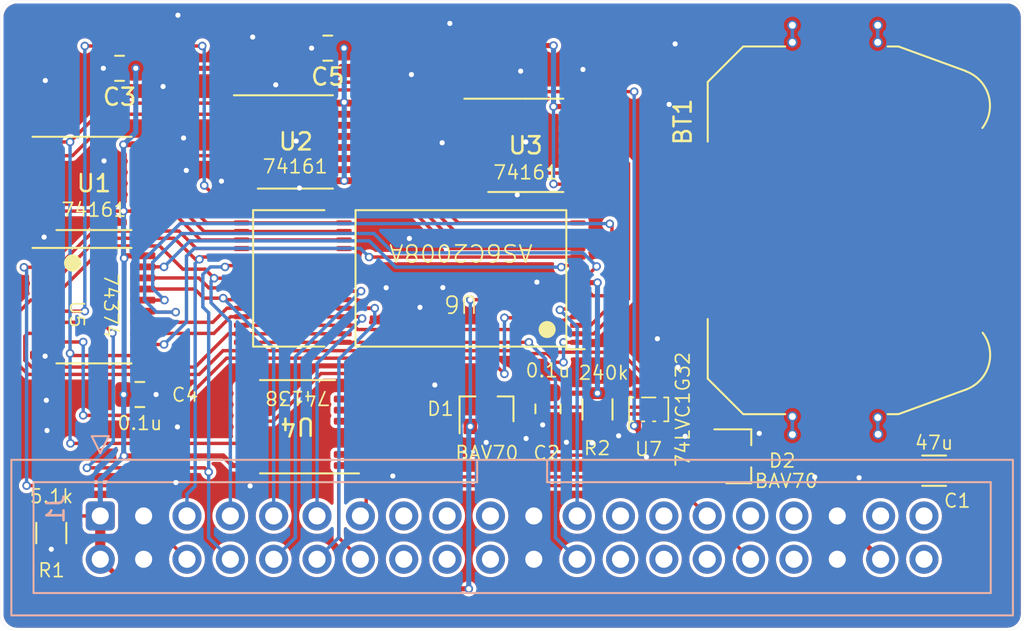
<source format=kicad_pcb>
(kicad_pcb (version 20221018) (generator pcbnew)
  (title_block (title "NODE DATAPAC 256K updated reproduction") (date "2023-08-26") (rev "006") (company "Brian K. White - b.kenyon.w@gmail.com") (comment 1 "github.com/bkw777/NODE_DATAPAC"))
  (layers (0 "F.Cu" signal) (31 "B.Cu" signal) (34 "B.Paste" user) (35 "F.Paste" user) (36 "B.SilkS" user "B.Silkscreen") (37 "F.SilkS" user "F.Silkscreen") (38 "B.Mask" user) (39 "F.Mask" user) (44 "Edge.Cuts" user))
  (net 0 "")
  (net 1 "GND")
  (net 2 "VMEM")
  (net 3 "VBUS")
  (net 4 "/AD0")
  (net 5 "/AD1")
  (net 6 "/AD2")
  (net 7 "/AD3")
  (net 8 "/AD4")
  (net 9 "/AD5")
  (net 10 "/AD6")
  (net 11 "/AD7")
  (net 12 "/A8")
  (net 13 "/A9")
  (net 14 "/A10")
  (net 15 "/A11")
  (net 16 "/A12")
  (net 17 "/A13")
  (net 18 "/A14")
  (net 19 "/A15")
  (net 20 "/~{RD}")
  (net 21 "/~{WR}")
  (net 22 "/Y0")
  (net 23 "/~{A}")
  (net 24 "/RAM_RST")
  (net 31 "/~{BLOCK}")
  (net 32 "/~{BYTE}")
  (net 33 "/CARRY0")
  (net 40 "/SLEEP")
  (net 41 "/A5")
  (net 42 "/A6")
  (net 43 "/CARRY1")
  (net 44 "/~{CE}")
  (net 45 "/A7")
  (net 46 "/BATT+")
  (net 47 "/BUS_A8")
  (net 48 "/BUS_A9")
  (net 49 "/A16")
  (net 50 "/A17")
  (net 51 "/A0")
  (net 52 "/A1")
  (net 53 "/A2")
  (net 54 "/A3")
  (net 55 "/A4")
  (footprint "000_LOCAL:TSSOP-16" (layer "F.Cu") (at 137.287 93.195 180)
    (fp_text reference "U4")
    (fp_text value "74138")
  )
  (footprint "000_LOCAL:TSSOP-16" (layer "F.Cu") (at 137.16 76.495)
    (fp_text reference "U2")
    (fp_text value "74161")
  )
  (footprint "000_LOCAL:C_0805" (layer "F.Cu") (at 151.96 92.145 -90)
    (fp_text reference "C2")
    (fp_text value "0.1u")
  )
  (footprint "000_LOCAL:C_1206" (layer "F.Cu") (at 174.585 95.77)
    (fp_text reference "C1")
    (fp_text value "47u")
  )
  (footprint "000_LOCAL:SOT-353_SC-70-5" (layer "F.Cu") (at 157.86 92.1775 90)
    (fp_text reference "U7")
    (fp_text value "74LVC1G32")
  )
  (footprint "000_LOCAL:R_0805" (layer "F.Cu") (at 154.86 92.1775 -90)
    (fp_text reference "R2")
    (fp_text value "240k")
  )
  (footprint "000_LOCAL:C_0805" (layer "F.Cu") (at 126.86 72.1775 180)
    (fp_text reference "C3")
    (fp_text value "0.1u")
  )
  (footprint "000_LOCAL:TSSOP-16" (layer "F.Cu") (at 150.66 76.695)
    (fp_text reference "U3")
    (fp_text value "74161")
  )
  (footprint "000_LOCAL:BatteryHolder_Keystone_3034_1x20mm" (layer "F.Cu") (at 168.86 81.6775 90)
    (fp_text reference "BT1")
    (fp_text value "CR2032")
  )
  (footprint "000_LOCAL:SOT-23" (layer "F.Cu") (at 148.36 92.1775 90)
    (fp_text reference "D1")
    (fp_text value "BAV70")
  )
  (footprint "000_LOCAL:TSOP32-dual" (layer "F.Cu") (at 143.86 84.495 180)
    (fp_text reference "U6")
    (fp_text value "AS6C2008A")
  )
  (footprint "000_LOCAL:R_0805" (layer "F.Cu") (at 122.86 99.4275 -90)
    (fp_text reference "R1")
    (fp_text value "5.1k")
  )
  (footprint "000_LOCAL:TSSOP-16" (layer "F.Cu") (at 125.36 78.9275)
    (fp_text reference "U1")
    (fp_text value "74161")
  )
  (footprint "000_LOCAL:C_0805" (layer "F.Cu") (at 139.06 70.995 180)
    (fp_text reference "C5")
    (fp_text value "0.1u")
  )
  (footprint "000_LOCAL:SOT-23" (layer "F.Cu") (at 163.11 94.9275)
    (fp_text reference "D2")
    (fp_text value "BAV70")
  )
  (footprint "000_LOCAL:C_0805" (layer "F.Cu") (at 128.05 91.305)
    (fp_text reference "C4")
    (fp_text value "0.1u")
  )
  (footprint "000_LOCAL:TSSOP-20" (layer "F.Cu") (at 125.36 86.095)
    (fp_text reference "U5")
    (fp_text value "74374")
  )
  (footprint "000_LOCAL:IDC-Header_2x20_P2.54mm_Vertical" (layer "B.Cu") (at 125.73 98.425 -90)
    (fp_text reference "J1")
    (fp_text value "Conn_02x20_Odd_Even")
  )
  (gr_arc (start 178.86 68.1775) (mid 179.567107 68.470393) (end 179.86 69.1775) (stroke (width 0.01)) (layer "Edge.Cuts"))
  (gr_line (start 120.86 68.1775) (end 178.86 68.1775) (stroke (width 0.01)) (layer "Edge.Cuts"))
  (gr_arc (start 119.86 69.1775) (mid 120.152893 68.470393) (end 120.86 68.1775) (stroke (width 0.01)) (layer "Edge.Cuts"))
  (gr_line (start 178.86 105.1775) (end 120.86 105.1775) (stroke (width 0.01)) (layer "Edge.Cuts"))
  (gr_arc (start 179.86 104.1775) (mid 179.567107 104.884607) (end 178.86 105.1775) (stroke (width 0.01)) (layer "Edge.Cuts"))
  (gr_line (start 179.86 69.1775) (end 179.86 104.1775) (stroke (width 0.01)) (layer "Edge.Cuts"))
  (gr_arc (start 120.86 105.1775) (mid 120.152893 104.884607) (end 119.86 104.1775) (stroke (width 0.01)) (layer "Edge.Cuts"))
  (gr_line (start 119.86 104.1775) (end 119.86 69.1775) (stroke (width 0.01)) (layer "Edge.Cuts"))
  (segment (start 134.01 84.245) (end 140.01 84.245) (width 0.2) (layer "F.Cu") (net 1))
  (via (at 134.51 96.665) (size 0.5) (drill 0.3) (layers "F.Cu" "B.Cu") (net 1))
  (via (at 130.16 96.465) (size 0.5) (drill 0.3) (layers "F.Cu" "B.Cu") (net 1))
  (via (at 129 91.305) (size 0.5) (drill 0.3) (layers "F.Cu" "B.Cu") (net 1))
  (via (at 145.76 76.545) (size 0.5) (drill 0.3) (layers "F.Cu" "B.Cu") (net 1))
  (via (at 143.96 72.545) (size 0.5) (drill 0.3) (layers "F.Cu" "B.Cu") (net 1))
  (via (at 132.83 78.795) (size 0.5) (drill 0.3) (layers "F.Cu" "B.Cu") (net 1))
  (via (at 146.21 69.545) (size 0.5) (drill 0.3) (layers "F.Cu" "B.Cu") (net 1))
  (via (at 159.06 74.295) (size 0.5) (drill 0.3) (layers "F.Cu" "B.Cu") (net 1))
  (via (at 154.54 94.145) (size 0.5) (drill 0.3) (layers "F.Cu" "B.Cu") (net 1))
  (via (at 122.86 100.3775) (size 0.5) (drill 0.3) (layers "F.Cu" "B.Cu") (net 1))
  (via (at 122.57 91.645) (size 0.5) (drill 0.3) (layers "F.Cu" "B.Cu") (net 1))
  (via (at 125.95 77.605) (size 0.5) (drill 0.3) (layers "F.Cu" "B.Cu") (net 1))
  (via (at 144.46 86.195) (size 0.5) (drill 0.3) (layers "F.Cu" "B.Cu") (net 1))
  (via (at 134.66 70.345) (size 0.5) (drill 0.3) (layers "F.Cu" "B.Cu") (net 1))
  (via (at 156.1 93.725) (size 0.5) (drill 0.3) (layers "F.Cu" "B.Cu") (net 1))
  (via (at 145.33 90.745) (size 0.5) (drill 0.3) (layers "F.Cu" "B.Cu") (net 1))
  (via (at 130.61 76.265) (size 0.5) (drill 0.3) (layers "F.Cu" "B.Cu") (net 1))
  (via (at 150.66 76.495) (size 0.5) (drill 0.3) (layers "F.Cu" "B.Cu") (net 1))
  (via (at 148.34 94.115) (size 0.5) (drill 0.3) (layers "F.Cu" "B.Cu") (net 1))
  (via (at 122.51 72.895) (size 0.5) (drill 0.3) (layers "F.Cu" "B.Cu") (net 1))
  (via (at 130.28 69.065) (size 0.5) (drill 0.3) (layers "F.Cu" "B.Cu") (net 1))
  (via (at 151.65 93.085) (size 0.5) (drill 0.3) (layers "F.Cu" "B.Cu") (net 1))
  (via (at 122.61 93.415) (size 0.5) (drill 0.3) (layers "F.Cu" "B.Cu") (net 1))
  (via (at 154.01 72.245) (size 0.5) (drill 0.3) (layers "F.Cu" "B.Cu") (net 1))
  (via (at 130.77 78.165) (size 0.5) (drill 0.3) (layers "F.Cu" "B.Cu") (net 1))
  (via (at 130.25 93.205) (size 0.5) (drill 0.3) (layers "F.Cu" "B.Cu") (net 1))
  (via (at 158.37 88.035) (size 0.5) (drill 0.3) (layers "F.Cu" "B.Cu") (net 1))
  (via (at 159.57 89.705) (size 0.5) (drill 0.3) (layers "F.Cu" "B.Cu") (net 1))
  (via (at 125.91 72.1775) (size 0.5) (drill 0.3) (layers "F.Cu" "B.Cu") (net 1))
  (via (at 142.48 85.045) (size 0.5) (drill 0.3) (layers "F.Cu" "B.Cu") (net 1))
  (via (at 122.4975 89.055) (size 0.5) (drill 0.3) (layers "F.Cu" "B.Cu") (net 1))
  (via (at 122.44 82.075) (size 0.5) (drill 0.3) (layers "F.Cu" "B.Cu") (net 1))
  (via (at 157.73 94.965) (size 0.5) (drill 0.3) (layers "F.Cu" "B.Cu") (net 1))
  (via (at 160 93.755) (size 0.5) (drill 0.3) (layers "F.Cu" "B.Cu") (net 1))
  (via (at 150.16 79.595) (size 0.5) (drill 0.3) (layers "F.Cu" "B.Cu") (net 1))
  (via (at 137.21 76.445) (size 0.5) (drill 0.3) (layers "F.Cu" "B.Cu") (net 1))
  (via (at 151.31 84.715) (size 0.5) (drill 0.3) (layers "F.Cu" "B.Cu") (net 1))
  (via (at 170.19 96.185) (size 0.5) (drill 0.3) (layers "F.Cu" "B.Cu") (net 1))
  (via (at 164.34 93.585) (size 0.5) (drill 0.3) (layers "F.Cu" "B.Cu") (net 1))
  (via (at 138.11 70.995) (size 0.5) (drill 0.3) (layers "F.Cu" "B.Cu") (net 1))
  (via (at 129.41 73.245) (size 0.5) (drill 0.3) (layers "F.Cu" "B.Cu") (net 1))
  (via (at 142.87 96.085) (size 0.5) (drill 0.3) (layers "F.Cu" "B.Cu") (net 1))
  (via (at 145.8 85.035) (size 0.5) (drill 0.3) (layers "F.Cu" "B.Cu") (net 1))
  (via (at 167.59 96.145) (size 0.5) (drill 0.3) (layers "F.Cu" "B.Cu") (net 1))
  (via (at 143.84 82.155) (size 0.5) (drill 0.3) (layers "F.Cu" "B.Cu") (net 1))
  (via (at 136.01 73.145) (size 0.5) (drill 0.3) (layers "F.Cu" "B.Cu") (net 1))
  (via (at 159.41 70.745) (size 0.5) (drill 0.3) (layers "F.Cu" "B.Cu") (net 1))
  (via (at 150.36 72.345) (size 0.5) (drill 0.3) (layers "F.Cu" "B.Cu") (net 1))
  (via (at 153.04 94.105) (size 0.5) (drill 0.3) (layers "F.Cu" "B.Cu") (net 1))
  (via (at 137.4 79.195) (size 0.5) (drill 0.3) (layers "F.Cu" "B.Cu") (net 1))
  (via (at 150.68 93.885) (size 0.5) (drill 0.3) (layers "F.Cu" "B.Cu") (net 1))
  (segment (start 151.96 91.195) (end 151.9425 91.1775) (width 0.3) (layer "F.Cu") (net 2))
  (segment (start 154.86 91.2275) (end 157.21 91.2275) (width 0.3) (layer "F.Cu") (net 2))
  (segment (start 154.86 84.745) (end 153.71 84.745) (width 0.3) (layer "F.Cu") (net 2))
  (segment (start 151.9425 91.1775) (end 148.36 91.1775) (width 0.3) (layer "F.Cu") (net 2))
  (segment (start 154.86 91.2275) (end 151.9925 91.2275) (width 0.3) (layer "F.Cu") (net 2))
  (segment (start 151.9925 91.2275) (end 151.96 91.195) (width 0.3) (layer "F.Cu") (net 2))
  (via (at 154.86 91.2275) (size 0.5) (drill 0.3) (layers "F.Cu" "B.Cu") (net 2))
  (via (at 154.86 84.745) (size 0.5) (drill 0.3) (layers "F.Cu" "B.Cu") (net 2))
  (segment (start 154.86 91.2275) (end 154.86 84.745) (width 0.3) (layer "B.Cu") (net 2))
  (segment (start 125.73 100.965) (end 125.73 98.425) (width 0.6) (layer "F.Cu") (net 3))
  (segment (start 125.73 98.425) (end 122.9125 98.425) (width 0.2) (layer "F.Cu") (net 3))
  (segment (start 122.9125 98.425) (end 122.86 98.4775) (width 0.2) (layer "F.Cu") (net 3))
  (segment (start 127.269 83.17) (end 128.2225 83.17) (width 0.3) (layer "F.Cu") (net 3))
  (segment (start 127.127 83.312) (end 127.269 83.17) (width 0.3) (layer "F.Cu") (net 3))
  (segment (start 127.09 76.6525) (end 128.2225 76.6525) (width 0.3) (layer "F.Cu") (net 3))
  (segment (start 153.71 85.745) (end 147.41 85.745) (width 0.2) (layer "F.Cu") (net 3))
  (segment (start 139.0275 72.1775) (end 127.81 72.1775) (width 0.3) (layer "F.Cu") (net 3))
  (segment (start 127.09 80.5525) (end 128.2225 80.5525) (width 0.2) (layer "F.Cu") (net 3))
  (segment (start 127.12 94.905) (end 132.93 94.905) (width 0.3) (layer "F.Cu") (net 3))
  (segment (start 132.93 94.905) (end 133.495 95.47) (width 0.3) (layer "F.Cu") (net 3))
  (segment (start 122.4975 80.5525) (end 127.09 80.5525) (width 0.2) (layer "F.Cu") (net 3))
  (segment (start 127.46 102.695) (end 125.73 100.965) (width 0.3) (layer "F.Cu") (net 3))
  (segment (start 140.01 71.195) (end 139.0275 72.1775) (width 0.3) (layer "F.Cu") (net 3))
  (segment (start 152.285 74.42) (end 153.5225 74.42) (width 0.3) (layer "F.Cu") (net 3))
  (segment (start 133.495 95.47) (end 134.4245 95.47) (width 0.3) (layer "F.Cu") (net 3))
  (segment (start 147.32 102.695) (end 127.46 102.695) (width 0.3) (layer "F.Cu") (net 3))
  (segment (start 128.2225 80.5525) (end 128.2225 81.2025) (width 0.2) (layer "F.Cu") (net 3))
  (segment (start 140.01 70.995) (end 140.0225 71.0075) (width 0.3) (layer "F.Cu") (net 3))
  (segment (start 140.16 70.845) (end 152.285 70.845) (width 0.3) (layer "F.Cu") (net 3))
  (segment (start 140.01 70.995) (end 140.01 71.195) (width 0.3) (layer "F.Cu") (net 3))
  (segment (start 153.5225 78.97) (end 152.2925 78.97) (width 0.2) (layer "F.Cu") (net 3))
  (via (at 152.285 70.845) (size 0.5) (drill 0.3) (layers "F.Cu" "B.Cu") (net 3))
  (via (at 127.81 72.1775) (size 0.5) (drill 0.3) (layers "F.Cu" "B.Cu") (net 3))
  (via (at 140.02 74.165) (size 0.5) (drill 0.3) (layers "F.Cu" "B.Cu") (net 3))
  (via (at 140.0225 78.77) (size 0.5) (drill 0.3) (layers "F.Cu" "B.Cu") (net 3))
  (via (at 147.32 102.695) (size 0.5) (drill 0.3) (layers "F.Cu" "B.Cu") (net 3))
  (via (at 152.285 74.42) (size 0.5) (drill 0.3) (layers "F.Cu" "B.Cu") (net 3))
  (via (at 147.41 93.1775) (size 0.5) (drill 0.3) (layers "F.Cu" "B.Cu") (net 3))
  (via (at 127.12 94.905) (size 0.5) (drill 0.3) (layers "F.Cu" "B.Cu") (net 3))
  (via (at 152.285 78.9625) (size 0.5) (drill 0.3) (layers "F.Cu" "B.Cu") (net 3))
  (via (at 127.1 91.305) (size 0.5) (drill 0.3) (layers "F.Cu" "B.Cu") (net 3))
  (via (at 127.127 83.312) (size 0.5) (drill 0.3) (layers "F.Cu" "B.Cu") (net 3))
  (via (at 127.09 80.5525) (size 0.5) (drill 0.3) (layers "F.Cu" "B.Cu") (net 3))
  (via (at 147.41 85.745) (size 0.5) (drill 0.3) (layers "F.Cu" "B.Cu") (net 3))
  (via (at 140.01 70.995) (size 0.5) (drill 0.3) (layers "F.Cu" "B.Cu") (net 3))
  (via (at 127.09 76.6525) (size 0.5) (drill 0.3) (layers "F.Cu" "B.Cu") (net 3))
  (segment (start 140.0225 78.77) (end 140.0225 74.1675) (width 0.3) (layer "B.Cu") (net 3))
  (segment (start 147.41 93.1775) (end 147.32 93.2675) (width 0.3) (layer "B.Cu") (net 3))
  (segment (start 127.81 75.9325) (end 127.81 72.1775) (width 0.3) (layer "B.Cu") (net 3))
  (segment (start 147.41 85.745) (end 147.41 93.1775) (width 0.2) (layer "B.Cu") (net 3))
  (segment (start 127.09 83.275) (end 127.127 83.312) (width 0.3) (layer "B.Cu") (net 3))
  (segment (start 125.73 96.295) (end 125.73 98.425) (width 0.3) (layer "B.Cu") (net 3))
  (segment (start 140.0225 74.1625) (end 140.0225 71.0075) (width 0.3) (layer "B.Cu") (net 3))
  (segment (start 127.12 94.905) (end 125.73 96.295) (width 0.3) (layer "B.Cu") (net 3))
  (segment (start 127.12 94.905) (end 127.1 94.885) (width 0.3) (layer "B.Cu") (net 3))
  (segment (start 147.32 93.2675) (end 147.32 102.695) (width 0.3) (layer "B.Cu") (net 3))
  (segment (start 140.0225 74.1675) (end 140.02 74.165) (width 0.3) (layer "B.Cu") (net 3))
  (segment (start 127.1 94.885) (end 127.1 91.305) (width 0.3) (layer "B.Cu") (net 3))
  (segment (start 127.09 76.6525) (end 127.81 75.9325) (width 0.3) (layer "B.Cu") (net 3))
  (segment (start 140.0225 71.0075) (end 140.01 70.995) (width 0.3) (layer "B.Cu") (net 3))
  (segment (start 127.1 91.305) (end 127.127 91.278) (width 0.3) (layer "B.Cu") (net 3))
  (segment (start 152.285 70.845) (end 152.285 74.42) (width 0.3) (layer "B.Cu") (net 3))
  (segment (start 127.09 76.6525) (end 127.09 83.275) (width 0.3) (layer "B.Cu") (net 3))
  (segment (start 140.02 74.165) (end 140.0225 74.1625) (width 0.3) (layer "B.Cu") (net 3))
  (segment (start 127.127 91.278) (end 127.127 83.312) (width 0.3) (layer "B.Cu") (net 3))
  (segment (start 152.285 78.9625) (end 152.285 74.42) (width 0.2) (layer "B.Cu") (net 3))
  (segment (start 122.5975 83.72) (end 122.4725 83.845) (width 0.2) (layer "F.Cu") (net 4))
  (segment (start 130.81 100.965) (end 129.54 99.695) (width 0.2) (layer "F.Cu") (net 4))
  (segment (start 122.4725 83.845) (end 121.26 83.845) (width 0.2) (layer "F.Cu") (net 4))
  (segment (start 131.36 82.745) (end 130.335 81.72) (width 0.2) (layer "F.Cu") (net 4))
  (segment (start 123.335 83.72) (end 122.5975 83.72) (width 0.2) (layer "F.Cu") (net 4))
  (segment (start 130.335 81.72) (end 125.335 81.72) (width 0.2) (layer "F.Cu") (net 4))
  (segment (start 128.778 96.647) (end 121.412 96.647) (width 0.2) (layer "F.Cu") (net 4))
  (segment (start 129.54 99.695) (end 129.54 97.409) (width 0.2) (layer "F.Cu") (net 4))
  (segment (start 125.335 81.72) (end 123.335 83.72) (width 0.2) (layer "F.Cu") (net 4))
  (segment (start 129.54 97.409) (end 128.778 96.647) (width 0.2) (layer "F.Cu") (net 4))
  (segment (start 140.010001 82.745001) (end 134.01 82.745) (width 0.2) (layer "F.Cu") (net 4))
  (segment (start 134.01 82.745) (end 131.36 82.745) (width 0.2) (layer "F.Cu") (net 4))
  (via (at 121.26 83.845) (size 0.5) (drill 0.3) (layers "F.Cu" "B.Cu") (net 4))
  (via (at 121.412 96.647) (size 0.5) (drill 0.3) (layers "F.Cu" "B.Cu") (net 4))
  (segment (start 121.412 83.997) (end 121.412 96.647) (width 0.2) (layer "B.Cu") (net 4))
  (segment (start 121.26 83.845) (end 121.412 83.997) (width 0.2) (layer "B.Cu") (net 4))
  (segment (start 131.54 83.375) (end 131.67 83.245) (width 0.2) (layer "F.Cu") (net 5))
  (segment (start 125.585 82.145) (end 123.36 84.37) (width 0.2) (layer "F.Cu") (net 5))
  (segment (start 134.009999 83.245) (end 140.009999 83.245) (width 0.2) (layer "F.Cu") (net 5))
  (segment (start 123.36 84.37) (end 122.5975 84.37) (width 0.2) (layer "F.Cu") (net 5))
  (segment (start 131.54 83.375) (end 131.3 83.375) (width 0.2) (layer "F.Cu") (net 5))
  (segment (start 130.07 82.145) (end 125.585 82.145) (width 0.2) (layer "F.Cu") (net 5))
  (segment (start 131.67 83.245) (end 134.01 83.245) (width 0.2) (layer "F.Cu") (net 5))
  (segment (start 131.3 83.375) (end 130.07 82.145) (width 0.2) (layer "F.Cu") (net 5))
  (segment (start 122.5975 84.37) (end 122.4975 84.47) (width 0.2) (layer "F.Cu") (net 5))
  (via (at 131.54 83.375) (size 0.5) (drill 0.3) (layers "F.Cu" "B.Cu") (net 5))
  (segment (start 130.81 97.145) (end 131.29 96.665) (width 0.2) (layer "B.Cu") (net 5))
  (segment (start 131.29 83.625) (end 131.54 83.375) (width 0.2) (layer "B.Cu") (net 5))
  (segment (start 131.29 96.665) (end 131.29 83.625) (width 0.2) (layer "B.Cu") (net 5))
  (segment (start 130.81 98.425) (end 130.81 97.145) (width 0.2) (layer "B.Cu") (net 5))
  (segment (start 140.010002 83.745) (end 134.01 83.745) (width 0.2) (layer "F.Cu") (net 6))
  (segment (start 131.84 95.605) (end 132.08 95.845) (width 0.2) (layer "F.Cu") (net 6))
  (segment (start 126.44 87.695) (end 125.815 87.07) (width 0.2) (layer "F.Cu") (net 6))
  (segment (start 124.95 95.605) (end 131.84 95.605) (width 0.2) (layer "F.Cu") (net 6))
  (segment (start 133.12 83.745) (end 133.04 83.825) (width 0.2) (layer "F.Cu") (net 6))
  (segment (start 134.01 83.745) (end 133.12 83.745) (width 0.2) (layer "F.Cu") (net 6))
  (segment (start 125.815 87.07) (end 122.4975 87.07) (width 0.2) (layer "F.Cu") (net 6))
  (via (at 133.04 83.825) (size 0.5) (drill 0.3) (layers "F.Cu" "B.Cu") (net 6))
  (via (at 126.44 87.695) (size 0.5) (drill 0.3) (layers "F.Cu" "B.Cu") (net 6))
  (via (at 132.08 95.845) (size 0.5) (drill 0.3) (layers "F.Cu" "B.Cu") (net 6))
  (via (at 124.95 95.605) (size 0.5) (drill 0.3) (layers "F.Cu" "B.Cu") (net 6))
  (segment (start 126.49 87.745) (end 126.49 94.065) (width 0.2) (layer "B.Cu") (net 6))
  (segment (start 132.08 86.515) (end 131.74 86.175) (width 0.2) (layer "B.Cu") (net 6))
  (segment (start 126.49 94.065) (end 124.95 95.605) (width 0.2) (layer "B.Cu") (net 6))
  (segment (start 131.74 84.265) (end 132.18 83.825) (width 0.2) (layer "B.Cu") (net 6))
  (segment (start 126.44 87.695) (end 126.49 87.745) (width 0.2) (layer "B.Cu") (net 6))
  (segment (start 132.08 95.845) (end 132.08 99.695) (width 0.2) (layer "B.Cu") (net 6))
  (segment (start 131.74 86.175) (end 131.74 84.265) (width 0.2) (layer "B.Cu") (net 6))
  (segment (start 132.18 83.825) (end 133.04 83.825) (width 0.2) (layer "B.Cu") (net 6))
  (segment (start 132.08 95.845) (end 132.08 86.515) (width 0.2) (layer "B.Cu") (net 6))
  (segment (start 132.08 99.695) (end 133.35 100.965) (width 0.2) (layer "B.Cu") (net 6))
  (segment (start 133.21 84.485) (end 133.42 84.695) (width 0.2) (layer "F.Cu") (net 7))
  (segment (start 123.485 85.12) (end 122.4975 85.12) (width 0.2) (layer "F.Cu") (net 7))
  (segment (start 126.01 82.595) (end 123.485 85.12) (width 0.2) (layer "F.Cu") (net 7))
  (segment (start 140.01 84.745) (end 134.01 84.745) (width 0.2) (layer "F.Cu") (net 7))
  (segment (start 129.21 82.595) (end 126.01 82.595) (width 0.2) (layer "F.Cu") (net 7))
  (segment (start 133.96 84.695) (end 134.01 84.745) (width 0.2) (layer "F.Cu") (net 7))
  (segment (start 132.4 84.485) (end 133.21 84.485) (width 0.2) (layer "F.Cu") (net 7))
  (segment (start 133.42 84.695) (end 133.96 84.695) (width 0.2) (layer "F.Cu") (net 7))
  (segment (start 130.57 83.955) (end 129.21 82.595) (width 0.2) (layer "F.Cu") (net 7))
  (segment (start 131.87 83.955) (end 130.57 83.955) (width 0.2) (layer "F.Cu") (net 7))
  (segment (start 132.4 84.485) (end 131.87 83.955) (width 0.2) (layer "F.Cu") (net 7))
  (via (at 132.4 84.485) (size 0.5) (drill 0.3) (layers "F.Cu" "B.Cu") (net 7))
  (segment (start 132.22 85.925) (end 133.35 87.055) (width 0.2) (layer "B.Cu") (net 7))
  (segment (start 132.4 84.485) (end 132.22 84.665) (width 0.2) (layer "B.Cu") (net 7))
  (segment (start 133.35 87.055) (end 133.35 98.425) (width 0.2) (layer "B.Cu") (net 7))
  (segment (start 132.22 84.665) (end 132.22 85.925) (width 0.2) (layer "B.Cu") (net 7))
  (segment (start 131.505 84.47) (end 128.2225 84.47) (width 0.2) (layer "F.Cu") (net 8))
  (segment (start 134.01 85.245) (end 141.01 85.245) (width 0.2) (layer "F.Cu") (net 8))
  (segment (start 133.96 85.195) (end 133.31 85.195) (width 0.2) (layer "F.Cu") (net 8))
  (segment (start 141.01 85.245) (end 140.010002 85.245) (width 0.2) (layer "F.Cu") (net 8))
  (segment (start 133.17 85.055) (end 132.09 85.055) (width 0.2) (layer "F.Cu") (net 8))
  (segment (start 134.01 85.245) (end 133.96 85.195) (width 0.2) (layer "F.Cu") (net 8))
  (segment (start 133.31 85.195) (end 133.17 85.055) (width 0.2) (layer "F.Cu") (net 8))
  (segment (start 132.09 85.055) (end 131.505 84.47) (width 0.2) (layer "F.Cu") (net 8))
  (via (at 141.01 85.245) (size 0.5) (drill 0.3) (layers "F.Cu" "B.Cu") (net 8))
  (segment (start 137.16 99.695) (end 135.89 100.965) (width 0.2) (layer "B.Cu") (net 8))
  (segment (start 141.01 85.245) (end 137.16 89.095) (width 0.2) (layer "B.Cu") (net 8))
  (segment (start 137.16 89.095) (end 137.16 99.695) (width 0.2) (layer "B.Cu") (net 8))
  (segment (start 132.93 85.655) (end 133.02 85.745) (width 0.2) (layer "F.Cu") (net 9))
  (segment (start 131.8 85.655) (end 131.265 85.12) (width 0.2) (layer "F.Cu") (net 9))
  (segment (start 132.93 85.655) (end 131.8 85.655) (width 0.2) (layer "F.Cu") (net 9))
  (segment (start 131.265 85.12) (end 128.2225 85.12) (width 0.2) (layer "F.Cu") (net 9))
  (segment (start 133.02 85.745) (end 140.009999 85.745) (width 0.2) (layer "F.Cu") (net 9))
  (via (at 132.93 85.655) (size 0.5) (drill 0.3) (layers "F.Cu" "B.Cu") (net 9))
  (segment (start 135.89 88.615) (end 135.89 98.425) (width 0.2) (layer "B.Cu") (net 9))
  (segment (start 132.93 85.655) (end 135.89 88.615) (width 0.2) (layer "B.Cu") (net 9))
  (segment (start 133.15 86.245) (end 132.325 87.07) (width 0.2) (layer "F.Cu") (net 10))
  (segment (start 141.81 86.245) (end 134.01 86.245) (width 0.2) (layer "F.Cu") (net 10))
  (segment (start 141.809999 86.244999) (end 140.010001 86.244999) (width 0.2) (layer "F.Cu") (net 10))
  (segment (start 132.325 87.07) (end 128.2225 87.07) (width 0.2) (layer "F.Cu") (net 10))
  (segment (start 141.81 86.245) (end 141.809999 86.244999) (width 0.2) (layer "F.Cu") (net 10))
  (segment (start 134.01 86.245) (end 133.15 86.245) (width 0.2) (layer "F.Cu") (net 10))
  (via (at 141.81 86.245) (size 0.5) (drill 0.3) (layers "F.Cu" "B.Cu") (net 10))
  (segment (start 141.81 87.135) (end 139.71 89.235) (width 0.2) (layer "B.Cu") (net 10))
  (segment (start 139.71 99.685) (end 138.43 100.965) (width 0.2) (layer "B.Cu") (net 10))
  (segment (start 139.71 89.235) (end 139.71 99.685) (width 0.2) (layer "B.Cu") (net 10))
  (segment (start 141.81 86.245) (end 141.81 87.135) (width 0.2) (layer "B.Cu") (net 10))
  (segment (start 134.01 86.745) (end 133.36 86.745) (width 0.2) (layer "F.Cu") (net 11))
  (segment (start 133.36 86.745) (end 132.385 87.72) (width 0.2) (layer "F.Cu") (net 11))
  (segment (start 140.97 86.745) (end 134.01 86.745) (width 0.2) (layer "F.Cu") (net 11))
  (segment (start 140.97 86.745) (end 141.07 86.845) (width 0.2) (layer "F.Cu") (net 11))
  (segment (start 140.01 86.745) (end 140.97 86.745) (width 0.2) (layer "F.Cu") (net 11))
  (segment (start 132.385 87.72) (end 128.2225 87.72) (width 0.2) (layer "F.Cu") (net 11))
  (via (at 141.07 86.845) (size 0.5) (drill 0.3) (layers "F.Cu" "B.Cu") (net 11))
  (segment (start 138.43 89.485) (end 141.07 86.845) (width 0.2) (layer "B.Cu") (net 11))
  (segment (start 138.43 98.425) (end 138.43 89.485) (width 0.2) (layer "B.Cu") (net 11))
  (segment (start 153.71 87.245) (end 154.46 87.245) (width 0.2) (layer "F.Cu") (net 12))
  (segment (start 156.2 85.505) (end 156.2 77.935) (width 0.2) (layer "F.Cu") (net 12))
  (segment (start 154.46 87.245) (end 156.2 85.505) (width 0.2) (layer "F.Cu") (net 12))
  (segment (start 156.2 77.935) (end 154.635 76.37) (width 0.2) (layer "F.Cu") (net 12))
  (segment (start 154.635 76.37) (end 153.5225 76.37) (width 0.2) (layer "F.Cu") (net 12))
  (segment (start 153.5225 75.72) (end 154.635 75.72) (width 0.2) (layer "F.Cu") (net 13))
  (segment (start 154.635 87.745) (end 153.71 87.745) (width 0.2) (layer "F.Cu") (net 13))
  (segment (start 154.635 75.72) (end 156.68 77.765) (width 0.2) (layer "F.Cu") (net 13))
  (segment (start 156.68 77.765) (end 156.68 85.7) (width 0.2) (layer "F.Cu") (net 13))
  (segment (start 156.68 85.7) (end 154.635 87.745) (width 0.2) (layer "F.Cu") (net 13))
  (segment (start 121.71 89.695) (end 121.31 89.295) (width 0.2) (layer "F.Cu") (net 14))
  (segment (start 121.31 89.295) (end 121.31 87.895) (width 0.2) (layer "F.Cu") (net 14))
  (segment (start 121.485 87.72) (end 122.4975 87.72) (width 0.2) (layer "F.Cu") (net 14))
  (segment (start 134.01 87.745) (end 133.24 87.745) (width 0.2) (layer "F.Cu") (net 14))
  (segment (start 140.010002 87.745) (end 134.01 87.745) (width 0.2) (layer "F.Cu") (net 14))
  (segment (start 133.24 87.745) (end 131.29 89.695) (width 0.2) (layer "F.Cu") (net 14))
  (segment (start 131.29 89.695) (end 121.71 89.695) (width 0.2) (layer "F.Cu") (net 14))
  (segment (start 121.31 87.895) (end 121.485 87.72) (width 0.2) (layer "F.Cu") (net 14))
  (segment (start 151.91 88.905) (end 150.57 88.905) (width 0.2) (layer "F.Cu") (net 15))
  (segment (start 120.87 89.495) (end 120.87 86.555) (width 0.2) (layer "F.Cu") (net 15))
  (segment (start 121.655 85.77) (end 122.4975 85.77) (width 0.2) (layer "F.Cu") (net 15))
  (segment (start 131.53 90.125) (end 121.5 90.125) (width 0.2) (layer "F.Cu") (net 15))
  (segment (start 153.71 88.245) (end 152.87 88.245) (width 0.2) (layer "F.Cu") (net 15))
  (segment (start 150.4 88.735) (end 132.92 88.735) (width 0.2) (layer "F.Cu") (net 15))
  (segment (start 152.42 89.415) (end 151.91 88.905) (width 0.2) (layer "F.Cu") (net 15))
  (segment (start 120.87 86.555) (end 121.655 85.77) (width 0.2) (layer "F.Cu") (net 15))
  (segment (start 132.92 88.735) (end 131.53 90.125) (width 0.2) (layer "F.Cu") (net 15))
  (segment (start 121.5 90.125) (end 120.87 89.495) (width 0.2) (layer "F.Cu") (net 15))
  (segment (start 150.57 88.905) (end 150.4 88.735) (width 0.2) (layer "F.Cu") (net 15))
  (segment (start 152.87 89.415) (end 152.42 89.415) (width 0.2) (layer "F.Cu") (net 15))
  (via (at 152.87 88.245) (size 0.5) (drill 0.3) (layers "F.Cu" "B.Cu") (net 15))
  (via (at 152.87 89.415) (size 0.5) (drill 0.3) (layers "F.Cu" "B.Cu") (net 15))
  (segment (start 152.87 88.245) (end 152.87 89.415) (width 0.2) (layer "B.Cu") (net 15))
  (segment (start 132.98 80.205) (end 131.82 79.045) (width 0.2) (layer "F.Cu") (net 16))
  (segment (start 131.705 70.87) (end 124.825 70.87) (width 0.2) (layer "F.Cu") (net 16))
  (segment (start 143.7 80.205) (end 132.98 80.205) (width 0.2) (layer "F.Cu") (net 16))
  (segment (start 153.71 82.745) (end 146.24 82.745) (width 0.2) (layer "F.Cu") (net 16))
  (segment (start 122.4975 86.42) (end 124.825 86.42) (width 0.2) (layer "F.Cu") (net 16))
  (segment (start 146.24 82.745) (end 143.7 80.205) (width 0.2) (layer "F.Cu") (net 16))
  (via (at 124.825 70.87) (size 0.5) (drill 0.3) (layers "F.Cu" "B.Cu") (net 16))
  (via (at 124.825 86.42) (size 0.5) (drill 0.3) (layers "F.Cu" "B.Cu") (net 16))
  (via (at 131.82 79.045) (size 0.5) (drill 0.3) (layers "F.Cu" "B.Cu") (net 16))
  (via (at 131.705 70.87) (size 0.5) (drill 0.3) (layers "F.Cu" "B.Cu") (net 16))
  (segment (start 131.82 79.045) (end 131.82 70.985) (width 0.2) (layer "B.Cu") (net 16))
  (segment (start 124.825 86.42) (end 124.825 70.87) (width 0.2) (layer "B.Cu") (net 16))
  (segment (start 131.82 70.985) (end 131.705 70.87) (width 0.2) (layer "B.Cu") (net 16))
  (segment (start 133.13 89.175) (end 148.49 89.175) (width 0.2) (layer "F.Cu") (net 17))
  (segment (start 153.1 86.795) (end 153.71 86.795) (width 0.2) (layer "F.Cu") (net 17))
  (segment (start 123.485 88.37) (end 122.4975 88.37) (width 0.2) (layer "F.Cu") (net 17))
  (segment (start 152.3 86.955) (end 152.94 86.955) (width 0.2) (layer "F.Cu") (net 17))
  (segment (start 123.63 88.225) (end 123.485 88.37) (width 0.2) (layer "F.Cu") (net 17))
  (segment (start 149.41 86.805) (end 152.15 86.805) (width 0.2) (layer "F.Cu") (net 17))
  (segment (start 124.73 88.225) (end 123.63 88.225) (width 0.2) (layer "F.Cu") (net 17))
  (segment (start 152.15 86.805) (end 152.3 86.955) (width 0.2) (layer "F.Cu") (net 17))
  (segment (start 152.94 86.955) (end 153.1 86.795) (width 0.2) (layer "F.Cu") (net 17))
  (segment (start 148.49 89.175) (end 149.41 90.095) (width 0.2) (layer "F.Cu") (net 17))
  (segment (start 124.73 92.525) (end 129.78 92.525) (width 0.2) (layer "F.Cu") (net 17))
  (segment (start 129.78 92.525) (end 133.13 89.175) (width 0.2) (layer "F.Cu") (net 17))
  (via (at 149.41 86.805) (size 0.5) (drill 0.3) (layers "F.Cu" "B.Cu") (net 17))
  (via (at 149.41 90.095) (size 0.5) (drill 0.3) (layers "F.Cu" "B.Cu") (net 17))
  (via (at 124.73 92.525) (size 0.5) (drill 0.3) (layers "F.Cu" "B.Cu") (net 17))
  (via (at 124.73 88.225) (size 0.5) (drill 0.3) (layers "F.Cu" "B.Cu") (net 17))
  (segment (start 124.73 88.225) (end 124.73 92.525) (width 0.2) (layer "B.Cu") (net 17))
  (segment (start 149.41 90.095) (end 149.41 86.805) (width 0.2) (layer "B.Cu") (net 17))
  (segment (start 128.2225 88.37) (end 129.465 88.37) (width 0.2) (layer "F.Cu") (net 18))
  (segment (start 141.48 83.245) (end 153.71 83.245) (width 0.2) (layer "F.Cu") (net 18))
  (via (at 141.48 83.245) (size 0.5) (drill 0.3) (layers "F.Cu" "B.Cu") (net 18))
  (via (at 129.465 88.37) (size 0.5) (drill 0.3) (layers "F.Cu" "B.Cu") (net 18))
  (segment (start 140.97 82.735) (end 131.24 82.735) (width 0.2) (layer "B.Cu") (net 18))
  (segment (start 130.78 87.055) (end 129.465 88.37) (width 0.2) (layer "B.Cu") (net 18))
  (segment (start 130.78 83.195) (end 130.78 87.055) (width 0.2) (layer "B.Cu") (net 18))
  (segment (start 141.48 83.245) (end 140.97 82.735) (width 0.2) (layer "B.Cu") (net 18))
  (segment (start 131.24 82.735) (end 130.78 83.195) (width 0.2) (layer "B.Cu") (net 18))
  (segment (start 155.71 85.075) (end 155.71 81.425) (width 0.2) (layer "F.Cu") (net 19))
  (segment (start 130.15 86.475) (end 128.2775 86.475) (width 0.2) (layer "F.Cu") (net 19))
  (segment (start 154.32 85.245) (end 154.59 85.515) (width 0.2) (layer "F.Cu") (net 19))
  (segment (start 155.27 85.515) (end 155.71 85.075) (width 0.2) (layer "F.Cu") (net 19))
  (segment (start 128.2775 86.475) (end 128.2225 86.42) (width 0.2) (layer "F.Cu") (net 19))
  (segment (start 153.71 85.245) (end 154.32 85.245) (width 0.2) (layer "F.Cu") (net 19))
  (segment (start 154.59 85.515) (end 155.27 85.515) (width 0.2) (layer "F.Cu") (net 19))
  (segment (start 155.71 81.425) (end 155.58 81.295) (width 0.2) (layer "F.Cu") (net 19))
  (via (at 155.58 81.295) (size 0.5) (drill 0.3) (layers "F.Cu" "B.Cu") (net 19))
  (via (at 130.15 86.475) (size 0.5) (drill 0.3) (layers "F.Cu" "B.Cu") (net 19))
  (segment (start 130.15 86.475) (end 129.02 86.475) (width 0.2) (layer "B.Cu") (net 19))
  (segment (start 130.41 81.285) (end 155.57 81.285) (width 0.2) (layer "B.Cu") (net 19))
  (segment (start 128.33 83.365) (end 130.41 81.285) (width 0.2) (layer "B.Cu") (net 19))
  (segment (start 129.02 86.475) (end 128.33 85.785) (width 0.2) (layer "B.Cu") (net 19))
  (segment (start 155.57 81.285) (end 155.58 81.295) (width 0.2) (layer "B.Cu") (net 19))
  (segment (start 128.33 85.785) (end 128.33 83.365) (width 0.2) (layer "B.Cu") (net 19))
  (segment (start 150.84 88.245) (end 140.01 88.245) (width 0.2) (layer "F.Cu") (net 20))
  (segment (start 134.01 88.244999) (end 140.009999 88.245) (width 0.2) (layer "F.Cu") (net 20))
  (via (at 150.84 88.245) (size 0.5) (drill 0.3) (layers "F.Cu" "B.Cu") (net 20))
  (segment (start 152.4 90.425) (end 152.4 99.695) (width 0.2) (layer "B.Cu") (net 20))
  (segment (start 150.84 88.245) (end 151.82 89.225) (width 0.2) (layer "B.Cu") (net 20))
  (segment (start 152.4 99.695) (end 153.67 100.965) (width 0.2) (layer "B.Cu") (net 20))
  (segment (start 151.82 89.845) (end 152.4 90.425) (width 0.2) (layer "B.Cu") (net 20))
  (segment (start 151.82 89.225) (end 151.82 89.845) (width 0.2) (layer "B.Cu") (net 20))
  (segment (start 152.66 86.345) (end 152.71 86.295) (width 0.2) (layer "F.Cu") (net 21))
  (segment (start 152.71 86.295) (end 153.66 86.295) (width 0.2) (layer "F.Cu") (net 21))
  (segment (start 153.66 86.295) (end 153.71 86.245) (width 0.2) (layer "F.Cu") (net 21))
  (via (at 152.66 86.345) (size 0.5) (drill 0.3) (layers "F.Cu" "B.Cu") (net 21))
  (segment (start 152.66 86.345) (end 153.67 87.355) (width 0.2) (layer "B.Cu") (net 21))
  (segment (start 153.67 87.355) (end 153.67 98.425) (width 0.2) (layer "B.Cu") (net 21))
  (segment (start 140.1495 92.87) (end 141.785 92.87) (width 0.2) (layer "F.Cu") (net 22))
  (segment (start 159.51 96.645) (end 161.29 98.425) (width 0.2) (layer "F.Cu") (net 22))
  (segment (start 145.56 96.645) (end 159.51 96.645) (width 0.2) (layer "F.Cu") (net 22))
  (segment (start 141.785 92.87) (end 145.56 96.645) (width 0.2) (layer "F.Cu") (net 22))
  (segment (start 141.885 92.22) (end 140.1495 92.22) (width 0.2) (layer "F.Cu") (net 23))
  (segment (start 162.56 97.645) (end 162.01 97.095) (width 0.2) (layer "F.Cu") (net 23))
  (segment (start 159.854 96.139) (end 145.804 96.139) (width 0.2) (layer "F.Cu") (net 23))
  (segment (start 163.83 100.965) (end 162.56 99.695) (width 0.2) (layer "F.Cu") (net 23))
  (segment (start 162.01 97.095) (end 160.81 97.095) (width 0.2) (layer "F.Cu") (net 23))
  (segment (start 160.81 97.095) (end 159.854 96.139) (width 0.2) (layer "F.Cu") (net 23))
  (segment (start 162.56 99.695) (end 162.56 97.645) (width 0.2) (layer "F.Cu") (net 23))
  (segment (start 145.804 96.139) (end 141.885 92.22) (width 0.2) (layer "F.Cu") (net 23))
  (segment (start 171.45 100.965) (end 170.18 99.695) (width 0.3) (layer "F.Cu") (net 24))
  (segment (start 165.1 98.933) (end 165.1 95.9175) (width 0.3) (layer "F.Cu") (net 24))
  (segment (start 165.862 99.695) (end 165.1 98.933) (width 0.3) (layer "F.Cu") (net 24))
  (segment (start 165.1 95.9175) (end 164.11 94.9275) (width 0.3) (layer "F.Cu") (net 24))
  (segment (start 170.18 99.695) (end 165.862 99.695) (width 0.3) (layer "F.Cu") (net 24))
  (segment (start 138.61 72.995) (end 141.56 72.995) (width 0.2) (layer "F.Cu") (net 31))
  (segment (start 124.085 89.02) (end 128.2225 89.02) (width 0.2) (layer "F.Cu") (net 31))
  (segment (start 123.96 88.895) (end 124.085 89.02) (width 0.2) (layer "F.Cu") (net 31))
  (segment (start 142.985 74.42) (end 147.7975 74.42) (width 0.2) (layer "F.Cu") (net 31))
  (segment (start 141.56 72.995) (end 142.985 74.42) (width 0.2) (layer "F.Cu") (net 31))
  (segment (start 134.2975 74.22) (end 137.385 74.22) (width 0.2) (layer "F.Cu") (net 31))
  (segment (start 123.96 76.495) (end 126.235 74.22) (width 0.2) (layer "F.Cu") (net 31))
  (segment (start 123.96 76.495) (end 122.655 76.495) (width 0.2) (layer "F.Cu") (net 31))
  (segment (start 126.235 74.22) (end 134.2975 74.22) (width 0.2) (layer "F.Cu") (net 31))
  (segment (start 122.655 76.495) (end 122.4975 76.6525) (width 0.2) (layer "F.Cu") (net 31))
  (segment (start 123.985 94.17) (end 134.4245 94.17) (width 0.2) (layer "F.Cu") (net 31))
  (segment (start 137.385 74.22) (end 138.61 72.995) (width 0.2) (layer "F.Cu") (net 31))
  (via (at 123.985 94.17) (size 0.5) (drill 0.3) (layers "F.Cu" "B.Cu") (net 31))
  (via (at 123.96 76.495) (size 0.5) (drill 0.3) (layers "F.Cu" "B.Cu") (net 31))
  (via (at 123.96 88.895) (size 0.5) (drill 0.3) (layers "F.Cu" "B.Cu") (net 31))
  (segment (start 123.96 76.495) (end 123.96 88.895) (width 0.2) (layer "B.Cu") (net 31))
  (segment (start 123.96 88.895) (end 123.96 94.145) (width 0.2) (layer "B.Cu") (net 31))
  (segment (start 123.96 94.145) (end 123.985 94.17) (width 0.2) (layer "B.Cu") (net 31))
  (segment (start 124.1025 77.3025) (end 122.4975 77.3025) (width 0.2) (layer "F.Cu") (net 32))
  (segment (start 156.1 94.865) (end 146.69 94.865) (width 0.2) (layer "F.Cu") (net 32))
  (segment (start 134.2975 74.87) (end 137.385 74.87) (width 0.2) (layer "F.Cu") (net 32))
  (segment (start 137.385 74.87) (end 138.81 73.445) (width 0.2) (layer "F.Cu") (net 32))
  (segment (start 147.7975 75.07) (end 149.735 75.07) (width 0.2) (layer "F.Cu") (net 32))
  (segment (start 157.21 93.1275) (end 157.21 93.755) (width 0.2) (layer "F.Cu") (net 32))
  (segment (start 126.535 74.87) (end 124.1025 77.3025) (width 0.2) (layer "F.Cu") (net 32))
  (segment (start 141.36 73.445) (end 142.985 75.07) (width 0.2) (layer "F.Cu") (net 32))
  (segment (start 142.985 75.07) (end 147.7975 75.07) (width 0.2) (layer "F.Cu") (net 32))
  (segment (start 134.2975 74.87) (end 126.535 74.87) (width 0.2) (layer "F.Cu") (net 32))
  (segment (start 149.735 75.07) (end 151.26 73.545) (width 0.2) (layer "F.Cu") (net 32))
  (segment (start 151.26 73.545) (end 157.01 73.545) (width 0.2) (layer "F.Cu") (net 32))
  (segment (start 146.69 94.865) (end 141.9 90.075) (width 0.2) (layer "F.Cu") (net 32))
  (segment (start 157.21 93.755) (end 156.1 94.865) (width 0.2) (layer "F.Cu") (net 32))
  (segment (start 135.865 92.87) (end 134.4245 92.87) (width 0.2) (layer "F.Cu") (net 32))
  (segment (start 138.66 90.075) (end 135.865 92.87) (width 0.2) (layer "F.Cu") (net 32))
  (segment (start 157.01 93.1275) (end 157.21 93.1275) (width 0.2) (layer "F.Cu") (net 32))
  (segment (start 138.81 73.445) (end 141.36 73.445) (width 0.2) (layer "F.Cu") (net 32))
  (segment (start 141.9 90.075) (end 138.66 90.075) (width 0.2) (layer "F.Cu") (net 32))
  (via (at 157.01 93.1275) (size 0.5) (drill 0.3) (layers "F.Cu" "B.Cu") (net 32))
  (via (at 157.01 73.545) (size 0.5) (drill 0.3) (layers "F.Cu" "B.Cu") (net 32))
  (segment (start 157.01 93.1275) (end 157.01 73.545) (width 0.2) (layer "B.Cu") (net 32))
  (segment (start 132.6475 77.3025) (end 133.36 78.015) (width 0.2) (layer "F.Cu") (net 33))
  (segment (start 133.36 78.015) (end 134.1925 78.015) (width 0.2) (layer "F.Cu") (net 33))
  (segment (start 128.2225 77.3025) (end 132.6475 77.3025) (width 0.2) (layer "F.Cu") (net 33))
  (segment (start 134.1925 78.015) (end 134.2975 78.12) (width 0.2) (layer "F.Cu") (net 33))
  (segment (start 134.2975 78.12) (end 140.0225 78.12) (width 0.2) (layer "F.Cu") (net 33))
  (segment (start 160.5775 92.445) (end 157.86 92.445) (width 0.2) (layer "F.Cu") (net 40))
  (segment (start 155.1425 93.1275) (end 154.86 93.1275) (width 0.2) (layer "F.Cu") (net 40))
  (segment (start 162.11 93.9775) (end 160.5775 92.445) (width 0.2) (layer "F.Cu") (net 40))
  (segment (start 157.86 92.445) (end 155.825 92.445) (width 0.2) (layer "F.Cu") (net 40))
  (segment (start 157.86 92.445) (end 157.86 93.1275) (width 0.2) (layer "F.Cu") (net 40))
  (segment (start 155.825 92.445) (end 155.1425 93.1275) (width 0.2) (layer "F.Cu") (net 40))
  (segment (start 140.0225 76.17) (end 141.635 76.17) (width 0.2) (layer "F.Cu") (net 41))
  (segment (start 146.71 81.245) (end 153.71 81.245) (width 0.2) (layer "F.Cu") (net 41))
  (segment (start 141.635 76.17) (end 146.71 81.245) (width 0.2) (layer "F.Cu") (net 41))
  (segment (start 153.71 81.745) (end 146.51 81.745) (width 0.2) (layer "F.Cu") (net 42))
  (segment (start 146.51 81.745) (end 141.585 76.82) (width 0.2) (layer "F.Cu") (net 42))
  (segment (start 141.585 76.82) (end 140.0225 76.82) (width 0.2) (layer "F.Cu") (net 42))
  (segment (start 145.335 78.32) (end 147.7975 78.32) (width 0.2) (layer "F.Cu") (net 43))
  (segment (start 141.885 74.87) (end 145.335 78.32) (width 0.2) (layer "F.Cu") (net 43))
  (segment (start 147.7975 78.32) (end 153.5225 78.32) (width 0.2) (layer "F.Cu") (net 43))
  (segment (start 140.0225 74.87) (end 141.885 74.87) (width 0.2) (layer "F.Cu") (net 43))
  (segment (start 156.22375 88.825) (end 152.5 88.825) (width 0.2) (layer "F.Cu") (net 44))
  (segment (start 134.01 87.245) (end 140.01 87.245) (width 0.2) (layer "F.Cu") (net 44))
  (segment (start 140.81 87.495) (end 140.56 87.245) (width 0.2) (layer "F.Cu") (net 44))
  (segment (start 140.56 87.245) (end 140.01 87.245) (width 0.2) (layer "F.Cu") (net 44))
  (segment (start 151.17 87.495) (end 140.81 87.495) (width 0.2) (layer "F.Cu") (net 44))
  (segment (start 158.51 91.2275) (end 158.51 91.11125) (width 0.2) (layer "F.Cu") (net 44))
  (segment (start 158.51 91.11125) (end 156.22375 88.825) (width 0.2) (layer "F.Cu") (net 44))
  (segment (start 152.5 88.825) (end 151.17 87.495) (width 0.2) (layer "F.Cu") (net 44))
  (segment (start 141.585 77.47) (end 140.0225 77.47) (width 0.2) (layer "F.Cu") (net 45))
  (segment (start 146.36 82.245) (end 141.585 77.47) (width 0.2) (layer "F.Cu") (net 45))
  (segment (start 153.71 82.245) (end 146.36 82.245) (width 0.2) (layer "F.Cu") (net 45))
  (segment (start 150.4425 92.045) (end 149.31 93.1775) (width 0.2) (layer "F.Cu") (net 46))
  (segment (start 168.2525 92.595) (end 166.28 92.595) (width 0.2) (layer "F.Cu") (net 46))
  (segment (start 173.11 95.77) (end 173.11 95.445) (width 0.2) (layer "F.Cu") (net 46))
  (segment (start 166.28 92.595) (end 161.41 92.595) (width 0.2) (layer "F.Cu") (net 46))
  (segment (start 161.41 92.595) (end 160.86 92.045) (width 0.2) (layer "F.Cu") (net 46))
  (segment (start 170.8675 93.2025) (end 168.86 93.2025) (width 0.2) (layer "F.Cu") (net 46))
  (segment (start 168.86 93.2025) (end 168.2525 92.595) (width 0.2) (layer "F.Cu") (net 46))
  (segment (start 171.3 93.635) (end 170.8675 93.2025) (width 0.2) (layer "F.Cu") (net 46))
  (segment (start 173.11 95.445) (end 171.3 93.635) (width 0.2) (layer "F.Cu") (net 46))
  (segment (start 160.86 92.045) (end 150.4425 92.045) (width 0.2) (layer "F.Cu") (net 46))
  (via (at 171.3 93.635) (size 0.6) (drill 0.4) (layers "F.Cu" "B.Cu") (net 46))
  (via (at 171.28 69.655) (size 0.6) (drill 0.4) (layers "F.Cu" "B.Cu") (net 46))
  (via (at 166.28 70.655) (size 0.6) (drill 0.4) (layers "F.Cu" "B.Cu") (net 46))
  (via (at 171.28 92.655) (size 0.6) (drill 0.4) (layers "F.Cu" "B.Cu") (net 46))
  (via (at 166.28 92.595) (size 0.6) (drill 0.4) (layers "F.Cu" "B.Cu") (net 46))
  (via (at 166.28 69.655) (size 0.6) (drill 0.4) (layers "F.Cu" "B.Cu") (net 46))
  (via (at 166.28 93.655) (size 0.6) (drill 0.4) (layers "F.Cu" "B.Cu") (net 46))
  (via (at 171.28 70.655) (size 0.6) (drill 0.4) (layers "F.Cu" "B.Cu") (net 46))
  (segment (start 171.28 93.655) (end 171.3 93.635) (width 0.2) (layer "B.Cu") (net 46))
  (segment (start 166.28 93.655) (end 166.28 92.595) (width 0.2) (layer "B.Cu") (net 46))
  (segment (start 171.28 70.655) (end 171.28 69.655) (width 0.2) (layer "B.Cu") (net 46))
  (segment (start 166.34 92.655) (end 166.28 92.595) (width 0.2) (layer "B.Cu") (net 46))
  (segment (start 171.3 93.635) (end 171.28 93.615) (width 0.2) (layer "B.Cu") (net 46))
  (segment (start 171.28 93.615) (end 171.28 92.655) (width 0.2) (layer "B.Cu") (net 46))
  (segment (start 166.28 69.655) (end 166.28 70.655) (width 0.2) (layer "B.Cu") (net 46))
  (segment (start 139.7 99.695) (end 139.7 95.47) (width 0.2) (layer "F.Cu") (net 47))
  (segment (start 139.7 95.47) (end 140.1495 95.47) (width 0.2) (layer "F.Cu") (net 47))
  (segment (start 140.97 100.965) (end 139.7 99.695) (width 0.2) (layer "F.Cu") (net 47))
  (segment (start 141.31 95.145) (end 140.985 94.82) (width 0.2) (layer "F.Cu") (net 48))
  (segment (start 140.97 98.425) (end 141.31 98.085) (width 0.2) (layer "F.Cu") (net 48))
  (segment (start 140.985 94.82) (end 140.1495 94.82) (width 0.2) (layer "F.Cu") (net 48))
  (segment (start 141.31 98.085) (end 141.31 95.145) (width 0.2) (layer "F.Cu") (net 48))
  (segment (start 152.74 83.835) (end 152.83 83.745) (width 0.2) (layer "F.Cu") (net 49))
  (segment (start 152.83 83.745) (end 153.71 83.745) (width 0.2) (layer "F.Cu") (net 49))
  (segment (start 128.2225 83.82) (end 129.465 83.82) (width 0.2) (layer "F.Cu") (net 49))
  (via (at 152.74 83.835) (size 0.5) (drill 0.3) (layers "F.Cu" "B.Cu") (net 49))
  (via (at 129.465 83.82) (size 0.5) (drill 0.3) (layers "F.Cu" "B.Cu") (net 49))
  (segment (start 152.74 83.835) (end 143.03 83.835) (width 0.2) (layer "B.Cu") (net 49))
  (segment (start 130.99 82.295) (end 129.465 83.82) (width 0.2) (layer "B.Cu") (net 49))
  (segment (start 143.03 83.835) (end 141.49 82.295) (width 0.2) (layer "B.Cu") (net 49))
  (segment (start 141.49 82.295) (end 130.99 82.295) (width 0.2) (layer "B.Cu") (net 49))
  (segment (start 154.36 84.245) (end 154.81 83.795) (width 0.2) (layer "F.Cu") (net 50))
  (segment (start 153.71 84.245) (end 154.36 84.245) (width 0.2) (layer "F.Cu") (net 50))
  (segment (start 129.49 85.77) (end 128.2225 85.77) (width 0.2) (layer "F.Cu") (net 50))
  (via (at 154.81 83.795) (size 0.5) (drill 0.3) (layers "F.Cu" "B.Cu") (net 50))
  (via (at 129.49 85.77) (size 0.5) (drill 0.3) (layers "F.Cu" "B.Cu") (net 50))
  (segment (start 154.81 83.795) (end 154.01 82.995) (width 0.2) (layer "B.Cu") (net 50))
  (segment (start 142.89 82.995) (end 141.76 81.865) (width 0.2) (layer "B.Cu") (net 50))
  (segment (start 128.8 83.555) (end 128.8 85.08) (width 0.2) (layer "B.Cu") (net 50))
  (segment (start 154.01 82.995) (end 142.89 82.995) (width 0.2) (layer "B.Cu") (net 50))
  (segment (start 141.76 81.865) (end 130.49 81.865) (width 0.2) (layer "B.Cu") (net 50))
  (segment (start 128.8 85.08) (end 129.49 85.77) (width 0.2) (layer "B.Cu") (net 50))
  (segment (start 130.49 81.865) (end 128.8 83.555) (width 0.2) (layer "B.Cu") (net 50))
  (segment (start 134.01 82.245) (end 140.01 82.245) (width 0.2) (layer "F.Cu") (net 51))
  (segment (start 131.61 82.245) (end 134.01 82.245) (width 0.2) (layer "F.Cu") (net 51))
  (segment (start 129.2675 79.9025) (end 131.61 82.245) (width 0.2) (layer "F.Cu") (net 51))
  (segment (start 128.2225 79.9025) (end 129.2675 79.9025) (width 0.2) (layer "F.Cu") (net 51))
  (segment (start 128.2225 79.2525) (end 129.3175 79.2525) (width 0.2) (layer "F.Cu") (net 52))
  (segment (start 131.81 81.745) (end 134.01 81.745) (width 0.2) (layer "F.Cu") (net 52))
  (segment (start 129.3175 79.2525) (end 131.81 81.745) (width 0.2) (layer "F.Cu") (net 52))
  (segment (start 140.01 81.745) (end 134.01 81.745) (width 0.2) (layer "F.Cu") (net 52))
  (segment (start 131.96 81.245) (end 134.01 81.245) (width 0.2) (layer "F.Cu") (net 53))
  (segment (start 129.3175 78.6025) (end 131.96 81.245) (width 0.2) (layer "F.Cu") (net 53))
  (segment (start 134.01 81.245) (end 140.010002 81.245) (width 0.2) (layer "F.Cu") (net 53))
  (segment (start 128.2225 78.6025) (end 129.3175 78.6025) (width 0.2) (layer "F.Cu") (net 53))
  (segment (start 134.01 80.745001) (end 140.009999 80.745) (width 0.2) (layer "F.Cu") (net 54))
  (segment (start 132.135 80.745) (end 134.01 80.745) (width 0.2) (layer "F.Cu") (net 54))
  (segment (start 128.2225 77.9525) (end 129.3425 77.9525) (width 0.2) (layer "F.Cu") (net 54))
  (segment (start 129.3425 77.9525) (end 132.135 80.745) (width 0.2) (layer "F.Cu") (net 54))
  (segment (start 146.91 80.745) (end 153.71 80.745) (width 0.2) (layer "F.Cu") (net 55))
  (segment (start 141.685 75.52) (end 146.91 80.745) (width 0.2) (layer "F.Cu") (net 55))
  (segment (start 140.0225 75.52) (end 141.685 75.52) (width 0.2) (layer "F.Cu") (net 55))
  (zone (net 1) (net_name "GND") (layers "F&B.Cu") (connect_pads yes (clearance 0.2)) (min_thickness 0.2) (fill yes (thermal_gap 0.3) (thermal_bridge_width 0.3) (smoothing fillet) (radius 0.1))
    (polygon (pts (xy 179.86 105.1775) (xy 179.86 68.1775) (xy 119.86 68.1775) (xy 119.86 105.1775)))
  )
)
</source>
